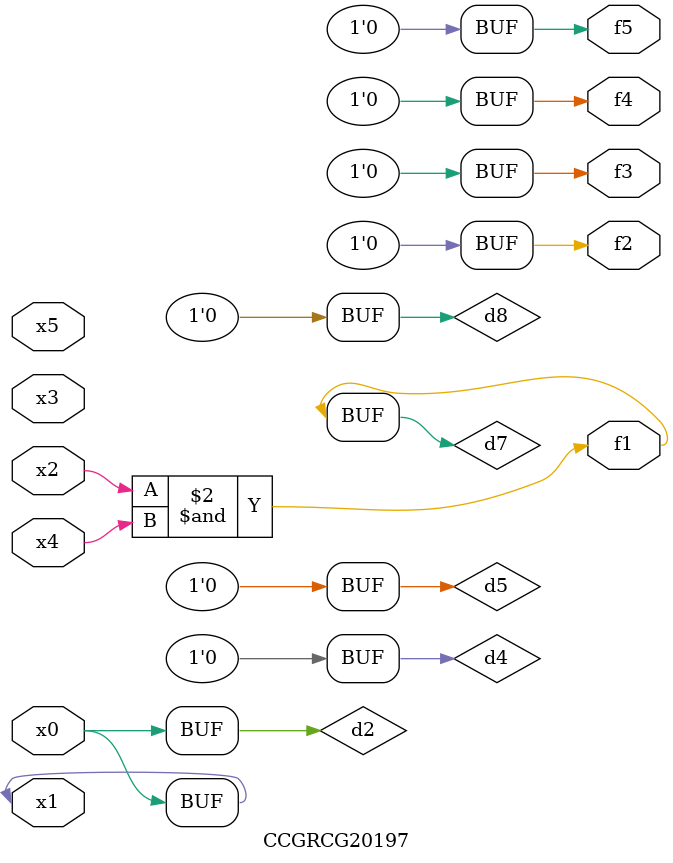
<source format=v>
module CCGRCG20197(
	input x0, x1, x2, x3, x4, x5,
	output f1, f2, f3, f4, f5
);

	wire d1, d2, d3, d4, d5, d6, d7, d8, d9;

	nand (d1, x1);
	buf (d2, x0, x1);
	nand (d3, x2, x4);
	and (d4, d1, d2);
	and (d5, d1, d2);
	nand (d6, d1, d3);
	not (d7, d3);
	xor (d8, d5);
	nor (d9, d5, d6);
	assign f1 = d7;
	assign f2 = d8;
	assign f3 = d8;
	assign f4 = d8;
	assign f5 = d8;
endmodule

</source>
